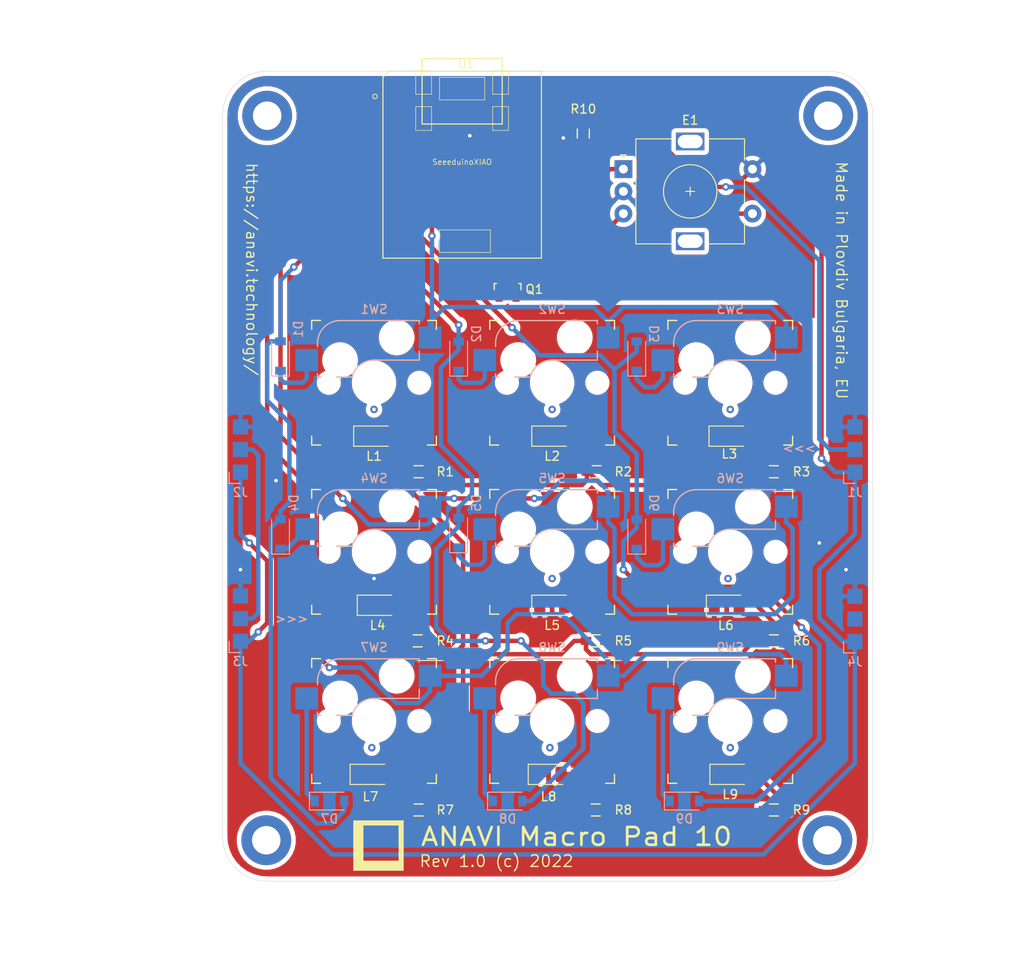
<source format=kicad_pcb>
(kicad_pcb (version 20171130) (host pcbnew 5.1.5+dfsg1-2build2)
  (layers (0 F.Cu signal) (31 B.Cu signal) (34 B.Paste user) (35 F.Paste user) (36 B.SilkS user) (37 F.SilkS user) (38 B.Mask user) (39 F.Mask user) (44 Edge.Cuts user))
  (net 0 "")
  (net 1 "Net-(E1-PadS1)")
  (net 2 GND)
  (net 3 "Net-(E1-PadB)")
  (net 4 "Net-(E1-PadA)")
  (net 5 "Net-(J1-Pad2)")
  (net 6 "Net-(D1-Pad1)")
  (net 7 "Net-(D1-Pad2)")
  (net 8 "Net-(D2-Pad1)")
  (net 9 "Net-(D2-Pad2)")
  (net 10 "Net-(D3-Pad2)")
  (net 11 "Net-(D3-Pad1)")
  (net 12 "Net-(D4-Pad1)")
  (net 13 "Net-(D5-Pad1)")
  (net 14 "Net-(D6-Pad1)")
  (net 15 "Net-(D7-Pad1)")
  (net 16 "Net-(D8-Pad1)")
  (net 17 "Net-(D9-Pad1)")
  (net 18 +5V)
  (net 19 "Net-(J2-Pad2)")
  (net 20 "Net-(L1-Pad2)")
  (net 21 "Net-(L2-Pad2)")
  (net 22 "Net-(L3-Pad2)")
  (net 23 "Net-(L4-Pad2)")
  (net 24 "Net-(L5-Pad2)")
  (net 25 "Net-(L6-Pad2)")
  (net 26 "Net-(L7-Pad2)")
  (net 27 "Net-(L8-Pad2)")
  (net 28 "Net-(L9-Pad2)")
  (net 29 "Net-(Q1-Pad1)")
  (net 30 "Net-(Q1-Pad2)")
  (net 31 "Net-(R10-Pad2)")
  (net 32 "Net-(SW1-Pad1)")
  (net 33 "Net-(SW4-Pad1)")
  (net 34 "Net-(SW7-Pad1)")
  (module led:LedConnector_1x03_P2.54mm (layer B.Cu) (at 92 122.04)
    (fp_text reference J3 (at 0 2.27 -180) (layer B.SilkS) (effects (justify mirror)))
    (fp_text value Conn_01x03_Male)
    (pad 3 smd rect (at 0 -5.08) (size 1.7 1.7) (layers B.Cu B.Paste B.Mask) (net 2 GND))
    (pad 2 smd rect (at 0 -2.54) (size 1.7 1.7) (layers B.Cu B.Paste B.Mask) (net 19 "Net-(J2-Pad2)"))
    (pad 1 smd rect (at 0 0) (size 1.7 1.7) (layers B.Cu B.Paste B.Mask) (net 18 +5V))
  )
  (module logo:anavi-logo (layer F.Cu) (at 107.5 145)
    (fp_text reference G*** hide)
    (fp_text value LOGO hide)
  )
  (module MountingHole:MountingHole_3.2mm_M3_DIN965_Pad (layer F.Cu) (at 157.9 144.4)
    (fp_text reference REF** hide)
    (fp_text value MountingHole_3.2mm_M3_DIN965_Pad)
    (pad 3 thru_hole circle (at 0 0) (size 5.6 5.6) (drill 3.2) (layers *.Cu *.Mask))
  )
  (module MountingHole:MountingHole_3.2mm_M3_DIN965_Pad (layer F.Cu) (at 94.9 144.4)
    (fp_text reference REF** hide)
    (fp_text value MountingHole_3.2mm_M3_DIN965_Pad)
    (pad 4 thru_hole circle (at 0 0) (size 5.6 5.6) (drill 3.2) (layers *.Cu *.Mask))
  )
  (module MountingHole:MountingHole_3.2mm_M3_DIN965_Pad (layer F.Cu) (at 158 63)
    (fp_text reference REF** hide)
    (fp_text value MountingHole_3.2mm_M3_DIN965_Pad)
    (pad 2 thru_hole circle (at 0 0) (size 5.6 5.6) (drill 3.2) (layers *.Cu *.Mask))
  )
  (module MountingHole:MountingHole_3.2mm_M3_DIN965_Pad (layer F.Cu) (at 95 63)
    (fp_text reference REF** hide)
    (fp_text value MountingHole_3.2mm_M3_DIN965_Pad)
    (pad 1 thru_hole circle (at 0 0) (size 5.6 5.6) (drill 3.2) (layers *.Cu *.Mask))
  )
  (module Diode_SMD:D_SOD-123 (layer B.Cu) (at 96.5 90 90)
    (fp_text reference D1 (at 3 2 90) (layer B.SilkS) (effects (justify mirror)))
    (fp_text value 1N4148)
    (pad 1 smd rect (at -1.65 0 90) (size 0.9 1.2) (layers B.Cu B.Paste B.Mask) (net 6 "Net-(D1-Pad1)"))
    (pad 2 smd rect (at 1.65 0 90) (size 0.9 1.2) (layers B.Cu B.Paste B.Mask) (net 7 "Net-(D1-Pad2)"))
  )
  (module Diode_SMD:D_SOD-123 (layer B.Cu) (at 116.5 90 90)
    (fp_text reference D2 (at 2.5 2 90) (layer B.SilkS) (effects (justify mirror)))
    (fp_text value DIODE)
    (pad 1 smd rect (at -1.65 0 90) (size 0.9 1.2) (layers B.Cu B.Paste B.Mask) (net 8 "Net-(D2-Pad1)"))
    (pad 2 smd rect (at 1.65 0 90) (size 0.9 1.2) (layers B.Cu B.Paste B.Mask) (net 9 "Net-(D2-Pad2)"))
  )
  (module Diode_SMD:D_SOD-123 (layer B.Cu) (at 136.5 90 90)
    (fp_text reference D3 (at 2.5 2 90) (layer B.SilkS) (effects (justify mirror)))
    (fp_text value DIODE)
    (pad 2 smd rect (at 1.65 0 90) (size 0.9 1.2) (layers B.Cu B.Paste B.Mask) (net 10 "Net-(D3-Pad2)"))
    (pad 1 smd rect (at -1.65 0 90) (size 0.9 1.2) (layers B.Cu B.Paste B.Mask) (net 11 "Net-(D3-Pad1)"))
  )
  (module Diode_SMD:D_SOD-123 (layer B.Cu) (at 96.5 110 90)
    (fp_text reference D4 (at 3.5 1.5 90) (layer B.SilkS) (effects (justify mirror)))
    (fp_text value DIODE)
    (pad 1 smd rect (at -1.65 0 90) (size 0.9 1.2) (layers B.Cu B.Paste B.Mask) (net 12 "Net-(D4-Pad1)"))
    (pad 2 smd rect (at 1.65 0 90) (size 0.9 1.2) (layers B.Cu B.Paste B.Mask) (net 7 "Net-(D1-Pad2)"))
  )
  (module Diode_SMD:D_SOD-123 (layer B.Cu) (at 116.5 109.85 90)
    (fp_text reference D5 (at 3.35 2 90) (layer B.SilkS) (effects (justify mirror)))
    (fp_text value DIODE)
    (pad 2 smd rect (at 1.65 0 90) (size 0.9 1.2) (layers B.Cu B.Paste B.Mask) (net 9 "Net-(D2-Pad2)"))
    (pad 1 smd rect (at -1.65 0 90) (size 0.9 1.2) (layers B.Cu B.Paste B.Mask) (net 13 "Net-(D5-Pad1)"))
  )
  (module Diode_SMD:D_SOD-123 (layer B.Cu) (at 136.5 110 90)
    (fp_text reference D6 (at 3.5 2 90) (layer B.SilkS) (effects (justify mirror)))
    (fp_text value DIODE)
    (pad 1 smd rect (at -1.65 0 90) (size 0.9 1.2) (layers B.Cu B.Paste B.Mask) (net 14 "Net-(D6-Pad1)"))
    (pad 2 smd rect (at 1.65 0 90) (size 0.9 1.2) (layers B.Cu B.Paste B.Mask) (net 10 "Net-(D3-Pad2)"))
  )
  (module Diode_SMD:D_SOD-123 (layer B.Cu) (at 102 140)
    (fp_text reference D7 (at 0 2) (layer B.SilkS) (effects (justify mirror)))
    (fp_text value DIODE)
    (pad 1 smd rect (at -1.65 0) (size 0.9 1.2) (layers B.Cu B.Paste B.Mask) (net 15 "Net-(D7-Pad1)"))
    (pad 2 smd rect (at 1.65 0) (size 0.9 1.2) (layers B.Cu B.Paste B.Mask) (net 7 "Net-(D1-Pad2)"))
  )
  (module Diode_SMD:D_SOD-123 (layer B.Cu) (at 122 140)
    (fp_text reference D8 (at 0 2) (layer B.SilkS) (effects (justify mirror)))
    (fp_text value DIODE)
    (pad 2 smd rect (at 1.65 0) (size 0.9 1.2) (layers B.Cu B.Paste B.Mask) (net 9 "Net-(D2-Pad2)"))
    (pad 1 smd rect (at -1.65 0) (size 0.9 1.2) (layers B.Cu B.Paste B.Mask) (net 16 "Net-(D8-Pad1)"))
  )
  (module Diode_SMD:D_SOD-123 (layer B.Cu) (at 141.85 140)
    (fp_text reference D9 (at 0 2) (layer B.SilkS) (effects (justify mirror)))
    (fp_text value DIODE)
    (pad 2 smd rect (at 1.65 0) (size 0.9 1.2) (layers B.Cu B.Paste B.Mask) (net 10 "Net-(D3-Pad2)"))
    (pad 1 smd rect (at -1.65 0) (size 0.9 1.2) (layers B.Cu B.Paste B.Mask) (net 17 "Net-(D9-Pad1)"))
  )
  (module Rotary_Encoder:RotaryEncoder_Alps_EC11E-Switch_Vertical_H20mm (layer F.Cu) (at 135 69)
    (fp_text reference E1 (at 7.5 -5.5) (layer F.SilkS))
    (fp_text value Rotary_Encoder_Switch)
    (pad S1 thru_hole circle (at 14.5 5) (size 2 2) (drill 1) (layers *.Cu *.Mask) (net 1 "Net-(E1-PadS1)"))
    (pad S2 thru_hole circle (at 14.5 0) (size 2 2) (drill 1) (layers *.Cu *.Mask) (net 2 GND))
    (pad MP thru_hole rect (at 7.5 8.1) (size 3.2 2) (drill oval 2.8 1.5) (layers *.Cu *.Mask))
    (pad MP thru_hole rect (at 7.5 -3.1) (size 3.2 2) (drill oval 2.8 1.5) (layers *.Cu *.Mask))
    (pad B thru_hole circle (at 0 5) (size 2 2) (drill 1) (layers *.Cu *.Mask) (net 3 "Net-(E1-PadB)"))
    (pad C thru_hole circle (at 0 2.5) (size 2 2) (drill 1) (layers *.Cu *.Mask) (net 2 GND))
    (pad A thru_hole rect (at 0 0) (size 2 2) (drill 1) (layers *.Cu *.Mask) (net 4 "Net-(E1-PadA)"))
  )
  (module led:LedConnector_1x03_P2.54mm (layer B.Cu) (at 161 103.04)
    (fp_text reference J1 (at 0 2.27 180) (layer B.SilkS) (effects (justify mirror)))
    (fp_text value Conn_01x03_Male)
    (pad 3 smd rect (at 0 -5.08) (size 1.7 1.7) (layers B.Cu B.Paste B.Mask) (net 2 GND))
    (pad 2 smd rect (at 0 -2.54) (size 1.7 1.7) (layers B.Cu B.Paste B.Mask) (net 5 "Net-(J1-Pad2)"))
    (pad 1 smd rect (at 0 0) (size 1.7 1.7) (layers B.Cu B.Paste B.Mask) (net 18 +5V))
  )
  (module led:LedConnector_1x03_P2.54mm (layer B.Cu) (at 92 103.04)
    (fp_text reference J2 (at 0 2.27 -180) (layer B.SilkS) (effects (justify mirror)))
    (fp_text value Conn_01x03_Male)
    (pad 1 smd rect (at 0 0) (size 1.7 1.7) (layers B.Cu B.Paste B.Mask) (net 18 +5V))
    (pad 2 smd rect (at 0 -2.54) (size 1.7 1.7) (layers B.Cu B.Paste B.Mask) (net 19 "Net-(J2-Pad2)"))
    (pad 3 smd rect (at 0 -5.08) (size 1.7 1.7) (layers B.Cu B.Paste B.Mask) (net 2 GND))
  )
  (module led:LedConnector_1x03_P2.54mm (layer B.Cu) (at 161 122.08)
    (fp_text reference J4 (at 0 2.27 -180) (layer B.SilkS) (effects (justify mirror)))
    (fp_text value Conn_01x03_Male)
    (pad 1 smd rect (at 0 0) (size 1.7 1.7) (layers B.Cu B.Paste B.Mask) (net 18 +5V))
    (pad 2 smd rect (at 0 -2.54) (size 1.7 1.7) (layers B.Cu B.Paste B.Mask))
    (pad 3 smd rect (at 0 -5.08) (size 1.7 1.7) (layers B.Cu B.Paste B.Mask) (net 2 GND))
  )
  (module LED_SMD:LED_1206_3216Metric (layer F.Cu) (at 107 99)
    (fp_text reference L1 (at 0 2.25) (layer F.SilkS))
    (fp_text value LED)
    (pad 1 smd roundrect (at -1.4 0) (size 1.25 1.75) (layers F.Cu F.Paste F.Mask) (roundrect_rratio 0.2) (net 2 GND))
    (pad 2 smd roundrect (at 1.4 0) (size 1.25 1.75) (layers F.Cu F.Paste F.Mask) (roundrect_rratio 0.2) (net 20 "Net-(L1-Pad2)"))
  )
  (module LED_SMD:LED_1206_3216Metric (layer F.Cu) (at 127 99)
    (fp_text reference L2 (at 0 2.25) (layer F.SilkS))
    (fp_text value LED)
    (pad 2 smd roundrect (at 1.4 0) (size 1.25 1.75) (layers F.Cu F.Paste F.Mask) (roundrect_rratio 0.2) (net 21 "Net-(L2-Pad2)"))
    (pad 1 smd roundrect (at -1.4 0) (size 1.25 1.75) (layers F.Cu F.Paste F.Mask) (roundrect_rratio 0.2) (net 2 GND))
  )
  (module LED_SMD:LED_1206_3216Metric (layer F.Cu) (at 146.9 99)
    (fp_text reference L3 (at 0 2) (layer F.SilkS))
    (fp_text value LED)
    (pad 1 smd roundrect (at -1.4 0) (size 1.25 1.75) (layers F.Cu F.Paste F.Mask) (roundrect_rratio 0.2) (net 2 GND))
    (pad 2 smd roundrect (at 1.4 0) (size 1.25 1.75) (layers F.Cu F.Paste F.Mask) (roundrect_rratio 0.2) (net 22 "Net-(L3-Pad2)"))
  )
  (module LED_SMD:LED_1206_3216Metric (layer F.Cu) (at 107.4 118)
    (fp_text reference L4 (at 0 2.25) (layer F.SilkS))
    (fp_text value LED)
    (pad 1 smd roundrect (at -1.4 0) (size 1.25 1.75) (layers F.Cu F.Paste F.Mask) (roundrect_rratio 0.2) (net 2 GND))
    (pad 2 smd roundrect (at 1.4 0) (size 1.25 1.75) (layers F.Cu F.Paste F.Mask) (roundrect_rratio 0.2) (net 23 "Net-(L4-Pad2)"))
  )
  (module LED_SMD:LED_1206_3216Metric (layer F.Cu) (at 127 118)
    (fp_text reference L5 (at 0 2.25) (layer F.SilkS))
    (fp_text value LED)
    (pad 2 smd roundrect (at 1.4 0) (size 1.25 1.75) (layers F.Cu F.Paste F.Mask) (roundrect_rratio 0.2) (net 24 "Net-(L5-Pad2)"))
    (pad 1 smd roundrect (at -1.4 0) (size 1.25 1.75) (layers F.Cu F.Paste F.Mask) (roundrect_rratio 0.2) (net 2 GND))
  )
  (module LED_SMD:LED_1206_3216Metric (layer F.Cu) (at 146.6 118)
    (fp_text reference L6 (at -0.1 2.25) (layer F.SilkS))
    (fp_text value LED)
    (pad 1 smd roundrect (at -1.4 0) (size 1.25 1.75) (layers F.Cu F.Paste F.Mask) (roundrect_rratio 0.2) (net 2 GND))
    (pad 2 smd roundrect (at 1.4 0) (size 1.25 1.75) (layers F.Cu F.Paste F.Mask) (roundrect_rratio 0.2) (net 25 "Net-(L6-Pad2)"))
  )
  (module LED_SMD:LED_1206_3216Metric (layer F.Cu) (at 106.6 137)
    (fp_text reference L7 (at 0 2.5) (layer F.SilkS))
    (fp_text value LED)
    (pad 2 smd roundrect (at 1.4 0) (size 1.25 1.75) (layers F.Cu F.Paste F.Mask) (roundrect_rratio 0.2) (net 26 "Net-(L7-Pad2)"))
    (pad 1 smd roundrect (at -1.4 0) (size 1.25 1.75) (layers F.Cu F.Paste F.Mask) (roundrect_rratio 0.2) (net 2 GND))
  )
  (module LED_SMD:LED_1206_3216Metric (layer F.Cu) (at 126.6 137)
    (fp_text reference L8 (at 0 2.5) (layer F.SilkS))
    (fp_text value LED)
    (pad 1 smd roundrect (at -1.4 0) (size 1.25 1.75) (layers F.Cu F.Paste F.Mask) (roundrect_rratio 0.2) (net 2 GND))
    (pad 2 smd roundrect (at 1.4 0) (size 1.25 1.75) (layers F.Cu F.Paste F.Mask) (roundrect_rratio 0.2) (net 27 "Net-(L8-Pad2)"))
  )
  (module LED_SMD:LED_1206_3216Metric (layer F.Cu) (at 147 137)
    (fp_text reference L9 (at 0 2.25) (layer F.SilkS))
    (fp_text value LED)
    (pad 2 smd roundrect (at 1.4 0) (size 1.25 1.75) (layers F.Cu F.Paste F.Mask) (roundrect_rratio 0.2) (net 28 "Net-(L9-Pad2)"))
    (pad 1 smd roundrect (at -1.4 0) (size 1.25 1.75) (layers F.Cu F.Paste F.Mask) (roundrect_rratio 0.2) (net 2 GND))
  )
  (module TO_SOT_Packages_SMD:SOT-23 (layer F.Cu) (at 122 82.5)
    (fp_text reference Q1 (at 3 0) (layer F.SilkS))
    (fp_text value Q_NPN_BEC)
    (pad 1 smd rect (at -0.95 1.00076) (size 0.8001 0.8001) (layers F.Cu F.Paste F.Mask) (net 29 "Net-(Q1-Pad1)"))
    (pad 2 smd rect (at 0.95 1.00076) (size 0.8001 0.8001) (layers F.Cu F.Paste F.Mask) (net 30 "Net-(Q1-Pad2)"))
    (pad 3 smd rect (at 0 -0.99822) (size 0.8001 0.8001) (layers F.Cu F.Paste F.Mask) (net 18 +5V))
  )
  (module Resistors_SMD:R_0603_HandSoldering (layer F.Cu) (at 112 103)
    (fp_text reference R1 (at 3 0) (layer F.SilkS))
    (fp_text value 68R)
    (pad 2 smd rect (at 1.1 0) (size 1.2 0.9) (layers F.Cu F.Paste F.Mask) (net 20 "Net-(L1-Pad2)"))
    (pad 1 smd rect (at -1.1 0) (size 1.2 0.9) (layers F.Cu F.Paste F.Mask) (net 30 "Net-(Q1-Pad2)"))
  )
  (module Resistors_SMD:R_0603_HandSoldering (layer F.Cu) (at 132 103)
    (fp_text reference R2 (at 3 0) (layer F.SilkS))
    (fp_text value 68R)
    (pad 2 smd rect (at 1.1 0) (size 1.2 0.9) (layers F.Cu F.Paste F.Mask) (net 21 "Net-(L2-Pad2)"))
    (pad 1 smd rect (at -1.1 0) (size 1.2 0.9) (layers F.Cu F.Paste F.Mask) (net 30 "Net-(Q1-Pad2)"))
  )
  (module Resistors_SMD:R_0603_HandSoldering (layer F.Cu) (at 151.9 103)
    (fp_text reference R3 (at 3.1 0) (layer F.SilkS))
    (fp_text value 68R)
    (pad 1 smd rect (at -1.1 0) (size 1.2 0.9) (layers F.Cu F.Paste F.Mask) (net 30 "Net-(Q1-Pad2)"))
    (pad 2 smd rect (at 1.1 0) (size 1.2 0.9) (layers F.Cu F.Paste F.Mask) (net 22 "Net-(L3-Pad2)"))
  )
  (module Resistors_SMD:R_0603_HandSoldering (layer F.Cu) (at 111.9 122)
    (fp_text reference R4 (at 3.1 0) (layer F.SilkS))
    (fp_text value 68R)
    (pad 2 smd rect (at 1.1 0) (size 1.2 0.9) (layers F.Cu F.Paste F.Mask) (net 23 "Net-(L4-Pad2)"))
    (pad 1 smd rect (at -1.1 0) (size 1.2 0.9) (layers F.Cu F.Paste F.Mask) (net 30 "Net-(Q1-Pad2)"))
  )
  (module Resistors_SMD:R_0603_HandSoldering (layer F.Cu) (at 131.9 122)
    (fp_text reference R5 (at 3.1 0) (layer F.SilkS))
    (fp_text value 68R)
    (pad 1 smd rect (at -1.1 0) (size 1.2 0.9) (layers F.Cu F.Paste F.Mask) (net 30 "Net-(Q1-Pad2)"))
    (pad 2 smd rect (at 1.1 0) (size 1.2 0.9) (layers F.Cu F.Paste F.Mask) (net 24 "Net-(L5-Pad2)"))
  )
  (module Resistors_SMD:R_0603_HandSoldering (layer F.Cu) (at 151.9 122)
    (fp_text reference R6 (at 3.1 0) (layer F.SilkS))
    (fp_text value 68R)
    (pad 2 smd rect (at 1.1 0) (size 1.2 0.9) (layers F.Cu F.Paste F.Mask) (net 25 "Net-(L6-Pad2)"))
    (pad 1 smd rect (at -1.1 0) (size 1.2 0.9) (layers F.Cu F.Paste F.Mask) (net 30 "Net-(Q1-Pad2)"))
  )
  (module Resistors_SMD:R_0603_HandSoldering (layer F.Cu) (at 112 141)
    (fp_text reference R7 (at 3 0) (layer F.SilkS))
    (fp_text value 68R)
    (pad 2 smd rect (at 1.1 0) (size 1.2 0.9) (layers F.Cu F.Paste F.Mask) (net 26 "Net-(L7-Pad2)"))
    (pad 1 smd rect (at -1.1 0) (size 1.2 0.9) (layers F.Cu F.Paste F.Mask) (net 30 "Net-(Q1-Pad2)"))
  )
  (module Resistors_SMD:R_0603_HandSoldering (layer F.Cu) (at 131.9 141)
    (fp_text reference R8 (at 3.1 0) (layer F.SilkS))
    (fp_text value 68R)
    (pad 1 smd rect (at -1.1 0) (size 1.2 0.9) (layers F.Cu F.Paste F.Mask) (net 30 "Net-(Q1-Pad2)"))
    (pad 2 smd rect (at 1.1 0) (size 1.2 0.9) (layers F.Cu F.Paste F.Mask) (net 27 "Net-(L8-Pad2)"))
  )
  (module Resistors_SMD:R_0603_HandSoldering (layer F.Cu) (at 151.9 141)
    (fp_text reference R9 (at 3.1 0) (layer F.SilkS))
    (fp_text value 68R)
    (pad 1 smd rect (at -1.1 0) (size 1.2 0.9) (layers F.Cu F.Paste F.Mask) (net 30 "Net-(Q1-Pad2)"))
    (pad 2 smd rect (at 1.1 0) (size 1.2 0.9) (layers F.Cu F.Paste F.Mask) (net 28 "Net-(L9-Pad2)"))
  )
  (module Resistors_SMD:R_0603_HandSoldering (layer F.Cu) (at 130.5 65 270)
    (fp_text reference R10 (at -2.75 0 180) (layer F.SilkS))
    (fp_text value 470R)
    (pad 1 smd rect (at -1.1 0 270) (size 1.2 0.9) (layers F.Cu F.Paste F.Mask) (net 5 "Net-(J1-Pad2)"))
    (pad 2 smd rect (at 1.1 0 270) (size 1.2 0.9) (layers F.Cu F.Paste F.Mask) (net 31 "Net-(R10-Pad2)"))
  )
  (module keyswitches:Kailh_socket_MX (layer F.Cu) (at 107 93)
    (fp_text reference SW1 (at 0 -8.255) (layer B.SilkS) (effects (justify mirror)))
    (fp_text value SW_DIP_x01)
    (pad 1 smd rect (at 6.29 -5.08) (size 2.55 2.5) (layers B.Cu B.Paste B.Mask) (net 32 "Net-(SW1-Pad1)"))
    (pad "" np_thru_hole circle (at 2.54 -5.08) (size 3 3) (drill 3) (layers *.Cu *.Mask))
    (pad "" np_thru_hole circle (at -3.81 -2.54) (size 3 3) (drill 3) (layers *.Cu *.Mask))
    (pad "" np_thru_hole circle (at 0 0) (size 3.9878 3.9878) (drill 3.9878) (layers *.Cu *.Mask))
    (pad "" np_thru_hole circle (at 5.08 0) (size 1.7018 1.7018) (drill 1.7018) (layers *.Cu *.Mask))
    (pad "" np_thru_hole circle (at -5.08 0) (size 1.7018 1.7018) (drill 1.7018) (layers *.Cu *.Mask))
    (pad 2 smd rect (at -7.56 -2.54) (size 2.55 2.5) (layers B.Cu B.Paste B.Mask) (net 6 "Net-(D1-Pad1)"))
  )
  (module keyswitches:Kailh_socket_MX (layer F.Cu) (at 127 93)
    (fp_text reference SW2 (at 0 -8.255) (layer B.SilkS) (effects (justify mirror)))
    (fp_text value SW_DIP_x01)
    (pad 2 smd rect (at -7.56 -2.54) (size 2.55 2.5) (layers B.Cu B.Paste B.Mask) (net 8 "Net-(D2-Pad1)"))
    (pad "" np_thru_hole circle (at -5.08 0) (size 1.7018 1.7018) (drill 1.7018) (layers *.Cu *.Mask))
    (pad "" np_thru_hole circle (at 5.08 0) (size 1.7018 1.7018) (drill 1.7018) (layers *.Cu *.Mask))
    (pad "" np_thru_hole circle (at 0 0) (size 3.9878 3.9878) (drill 3.9878) (layers *.Cu *.Mask))
    (pad "" np_thru_hole circle (at -3.81 -2.54) (size 3 3) (drill 3) (layers *.Cu *.Mask))
    (pad "" np_thru_hole circle (at 2.54 -5.08) (size 3 3) (drill 3) (layers *.Cu *.Mask))
    (pad 1 smd rect (at 6.29 -5.08) (size 2.55 2.5) (layers B.Cu B.Paste B.Mask) (net 32 "Net-(SW1-Pad1)"))
  )
  (module keyswitches:Kailh_socket_MX (layer F.Cu) (at 147 93)
    (fp_text reference SW3 (at 0 -8.255) (layer B.SilkS) (effects (justify mirror)))
    (fp_text value SW_DIP_x01)
    (pad 1 smd rect (at 6.29 -5.08) (size 2.55 2.5) (layers B.Cu B.Paste B.Mask) (net 32 "Net-(SW1-Pad1)"))
    (pad "" np_thru_hole circle (at 2.54 -5.08) (size 3 3) (drill 3) (layers *.Cu *.Mask))
    (pad "" np_thru_hole circle (at -3.81 -2.54) (size 3 3) (drill 3) (layers *.Cu *.Mask))
    (pad "" np_thru_hole circle (at 0 0) (size 3.9878 3.9878) (drill 3.9878) (layers *.Cu *.Mask))
    (pad "" np_thru_hole circle (at 5.08 0) (size 1.7018 1.7018) (drill 1.7018) (layers *.Cu *.Mask))
    (pad "" np_thru_hole circle (at -5.08 0) (size 1.7018 1.7018) (drill 1.7018) (layers *.Cu *.Mask))
    (pad 2 smd rect (at -7.56 -2.54) (size 2.55 2.5) (layers B.Cu B.Paste B.Mask) (net 11 "Net-(D3-Pad1)"))
  )
  (module keyswitches:Kailh_socket_MX (layer F.Cu) (at 107 112)
    (fp_text reference SW4 (at 0 -8.255) (layer B.SilkS) (effects (justify mirror)))
    (fp_text value SW_DIP_x01)
    (pad 1 smd rect (at 6.29 -5.08) (size 2.55 2.5) (layers B.Cu B.Paste B.Mask) (net 33 "Net-(SW4-Pad1)"))
    (pad "" np_thru_hole circle (at 2.54 -5.08) (size 3 3) (drill 3) (layers *.Cu *.Mask))
    (pad "" np_thru_hole circle (at -3.81 -2.54) (size 3 3) (drill 3) (layers *.Cu *.Mask))
    (pad "" np_thru_hole circle (at 0 0) (size 3.9878 3.9878) (drill 3.9878) (layers *.Cu *.Mask))
    (pad "" np_thru_hole circle (at 5.08 0) (size 1.7018 1.7018) (drill 1.7018) (layers *.Cu *.Mask))
    (pad "" np_thru_hole circle (at -5.08 0) (size 1.7018 1.7018) (drill 1.7018) (layers *.Cu *.Mask))
    (pad 2 smd rect (at -7.56 -2.54) (size 2.55 2.5) (layers B.Cu B.Paste B.Mask) (net 12 "Net-(D4-Pad1)"))
  )
  (module keyswitches:Kailh_socket_MX (layer F.Cu) (at 127 112)
    (fp_text reference SW5 (at 0 -8.255) (layer B.SilkS) (effects (justify mirror)))
    (fp_text value SW_DIP_x01)
    (pad 1 smd rect (at 6.29 -5.08) (size 2.55 2.5) (layers B.Cu B.Paste B.Mask) (net 33 "Net-(SW4-Pad1)"))
    (pad "" np_thru_hole circle (at 2.54 -5.08) (size 3 3) (drill 3) (layers *.Cu *.Mask))
    (pad "" np_thru_hole circle (at -3.81 -2.54) (size 3 3) (drill 3) (layers *.Cu *.Mask))
    (pad "" np_thru_hole circle (at 0 0) (size 3.9878 3.9878) (drill 3.9878) (layers *.Cu *.Mask))
    (pad "" np_thru_hole circle (at 5.08 0) (size 1.7018 1.7018) (drill 1.7018) (layers *.Cu *.Mask))
    (pad "" np_thru_hole circle (at -5.08 0) (size 1.7018 1.7018) (drill 1.7018) (layers *.Cu *.Mask))
    (pad 2 smd rect (at -7.56 -2.54) (size 2.55 2.5) (layers B.Cu B.Paste B.Mask) (net 13 "Net-(D5-Pad1)"))
  )
  (module keyswitches:Kailh_socket_MX (layer F.Cu) (at 147 112)
    (fp_text reference SW6 (at 0 -8.255 180) (layer B.SilkS) (effects (justify mirror)))
    (fp_text value SW_DIP_x01)
    (pad 1 smd rect (at 6.29 -5.08) (size 2.55 2.5) (layers B.Cu B.Paste B.Mask) (net 33 "Net-(SW4-Pad1)"))
    (pad "" np_thru_hole circle (at 2.54 -5.08) (size 3 3) (drill 3) (layers *.Cu *.Mask))
    (pad "" np_thru_hole circle (at -3.81 -2.54) (size 3 3) (drill 3) (layers *.Cu *.Mask))
    (pad "" np_thru_hole circle (at 0 0) (size 3.9878 3.9878) (drill 3.9878) (layers *.Cu *.Mask))
    (pad "" np_thru_hole circle (at 5.08 0) (size 1.7018 1.7018) (drill 1.7018) (layers *.Cu *.Mask))
    (pad "" np_thru_hole circle (at -5.08 0) (size 1.7018 1.7018) (drill 1.7018) (layers *.Cu *.Mask))
    (pad 2 smd rect (at -7.56 -2.54) (size 2.55 2.5) (layers B.Cu B.Paste B.Mask) (net 14 "Net-(D6-Pad1)"))
  )
  (module keyswitches:Kailh_socket_MX (layer F.Cu) (at 107 131)
    (fp_text reference SW7 (at 0 -8.255) (layer B.SilkS) (effects (justify mirror)))
    (fp_text value SW_DIP_x01)
    (pad 2 smd rect (at -7.56 -2.54) (size 2.55 2.5) (layers B.Cu B.Paste B.Mask) (net 15 "Net-(D7-Pad1)"))
    (pad "" np_thru_hole circle (at -5.08 0) (size 1.7018 1.7018) (drill 1.7018) (layers *.Cu *.Mask))
    (pad "" np_thru_hole circle (at 5.08 0) (size 1.7018 1.7018) (drill 1.7018) (layers *.Cu *.Mask))
    (pad "" np_thru_hole circle (at 0 0) (size 3.9878 3.9878) (drill 3.9878) (layers *.Cu *.Mask))
    (pad "" np_thru_hole circle (at -3.81 -2.54) (size 3 3) (drill 3) (layers *.Cu *.Mask))
    (pad "" np_thru_hole circle (at 2.54 -5.08) (size 3 3) (drill 3) (layers *.Cu *.Mask))
    (pad 1 smd rect (at 6.29 -5.08) (size 2.55 2.5) (layers B.Cu B.Paste B.Mask) (net 34 "Net-(SW7-Pad1)"))
  )
  (module keyswitches:Kailh_socket_MX (layer F.Cu) (at 127 131)
    (fp_text reference SW8 (at 0 -8.255) (layer B.SilkS) (effects (justify mirror)))
    (fp_text value SW_DIP_x01)
    (pad 2 smd rect (at -7.56 -2.54) (size 2.55 2.5) (layers B.Cu B.Paste B.Mask) (net 16 "Net-(D8-Pad1)"))
    (pad "" np_thru_hole circle (at -5.08 0) (size 1.7018 1.7018) (drill 1.7018) (layers *.Cu *.Mask))
    (pad "" np_thru_hole circle (at 5.08 0) (size 1.7018 1.7018) (drill 1.7018) (layers *.Cu *.Mask))
    (pad "" np_thru_hole circle (at 0 0) (size 3.9878 3.9878) (drill 3.9878) (layers *.Cu *.Mask))
    (pad "" np_thru_hole circle (at -3.81 -2.54) (size 3 3) (drill 3) (layers *.Cu *.Mask))
    (pad "" np_thru_hole circle (at 2.54 -5.08) (size 3 3) (drill 3) (layers *.Cu *.Mask))
    (pad 1 smd rect (at 6.29 -5.08) (size 2.55 2.5) (layers B.Cu B.Paste B.Mask) (net 34 "Net-(SW7-Pad1)"))
  )
  (module keyswitches:Kailh_socket_MX (layer F.Cu) (at 147 131)
    (fp_text reference SW9 (at 0 -8.255) (layer B.SilkS) (effects (justify mirror)))
    (fp_text value SW_DIP_x01)
    (pad 2 smd rect (at -7.56 -2.54) (size 2.55 2.5) (layers B.Cu B.Paste B.Mask) (net 17 "Net-(D9-Pad1)"))
    (pad "" np_thru_hole circle (at -5.08 0) (size 1.7018 1.7018) (drill 1.7018) (layers *.Cu *.Mask))
    (pad "" np_thru_hole circle (at 5.08 0) (size 1.7018 1.7018) (drill 1.7018) (layers *.Cu *.Mask))
    (pad "" np_thru_hole circle (at 0 0) (size 3.9878 3.9878) (drill 3.9878) (layers *.Cu *.Mask))
    (pad "" np_thru_hole circle (at -3.81 -2.54) (size 3 3) (drill 3) (layers *.Cu *.Mask))
    (pad "" np_thru_hole circle (at 2.54 -5.08) (size 3 3) (drill 3) (layers *.Cu *.Mask))
    (pad 1 smd rect (at 6.29 -5.08) (size 2.55 2.5) (layers B.Cu B.Paste B.Mask) (net 34 "Net-(SW7-Pad1)"))
  )
  (module "xiao:Seeeduino XIAO-MOUDLE14P-2.54-21X17.8MM" (layer F.Cu) (at 108 79)
    (fp_text reference U1 (at 9.3345 -21.7805) (layer F.SilkS) (effects (font (size 0.889 0.889) (thickness 0.1016))))
    (fp_text value SeeeduinoXIAO (at 8.89 -10.795) (layer F.SilkS) (effects (font (size 0.6096 0.6096) (thickness 0.0762))))
    (pad 14 smd oval (at 16.99768 -18.11782) (size 2.74828 1.99898) (layers F.Cu F.Paste F.Mask) (net 18 +5V))
    (pad 13 smd oval (at 16.99768 -15.57782) (size 2.74828 1.99898) (layers F.Cu F.Paste F.Mask) (net 2 GND))
    (pad 12 smd oval (at 16.99768 -13.03782) (size 2.74828 1.99898) (layers F.Cu F.Paste F.Mask))
    (pad 11 smd oval (at 16.99768 -10.49782) (size 2.74828 1.99898) (layers F.Cu F.Paste F.Mask) (net 31 "Net-(R10-Pad2)"))
    (pad 10 smd oval (at 16.99768 -7.95782) (size 2.74828 1.99898) (layers F.Cu F.Paste F.Mask) (net 1 "Net-(E1-PadS1)"))
    (pad 9 smd oval (at 16.99768 -5.41782) (size 2.74828 1.99898) (layers F.Cu F.Paste F.Mask) (net 4 "Net-(E1-PadA)"))
    (pad 8 smd oval (at 16.99768 -2.87782) (size 2.74828 1.99898) (layers F.Cu F.Paste F.Mask) (net 3 "Net-(E1-PadB)"))
    (pad 7 smd oval (at 0.83312 -2.87782) (size 2.74828 1.99898) (layers F.Cu F.Paste F.Mask) (net 10 "Net-(D3-Pad2)"))
    (pad 6 smd oval (at 0.83312 -5.41782) (size 2.74828 1.99898) (layers F.Cu F.Paste F.Mask) (net 9 "Net-(D2-Pad2)"))
    (pad 5 smd oval (at 0.83312 -7.95782) (size 2.74828 1.99898) (layers F.Cu F.Paste F.Mask) (net 7 "Net-(D1-Pad2)"))
    (pad 4 smd oval (at 0.83312 -10.49782) (size 2.74828 1.99898) (layers F.Cu F.Paste F.Mask) (net 32 "Net-(SW1-Pad1)"))
    (pad 3 smd oval (at 0.83312 -13.03782) (size 2.74828 1.99898) (layers F.Cu F.Paste F.Mask) (net 33 "Net-(SW4-Pad1)"))
    (pad 2 smd oval (at 0.83312 -15.57782) (size 2.74828 1.99898) (layers F.Cu F.Paste F.Mask) (net 34 "Net-(SW7-Pad1)"))
    (pad 1 smd oval (at 0.83312 -18.11782) (size 2.74828 1.99898) (layers F.Cu F.Paste F.Mask) (net 29 "Net-(Q1-Pad1)"))
    (pad 15 smd oval (at 7.7 -1.8 90) (size 2.032 1.016) (layers F.Cu F.Paste F.Mask))
    (pad 16 smd oval (at 10.25 -1.8 90) (size 2.032 1.016) (layers F.Cu F.Paste F.Mask))
    (pad 17 smd circle (at 7.698803 -18.804187 90) (size 1.143 1.143) (layers F.Cu F.Paste F.Mask))
    (pad 18 smd circle (at 10.238803 -18.804187 90) (size 1.143 1.143) (layers F.Cu F.Paste F.Mask))
    (pad 19 smd circle (at 7.698803 -16.264187 90) (size 1.143 1.143) (layers F.Cu F.Paste F.Mask))
    (pad 20 smd circle (at 10.238803 -16.264187 90) (size 1.143 1.143) (layers F.Cu F.Paste F.Mask))
  )
  (gr_text <<< (at 97.75 119.5) (layer B.SilkS) (effects (font (size 1 1)) (justify mirror)))
  (gr_text <<< (at 154.75 100.5 180) (layer B.SilkS) (effects (font (size 1 1)) (justify mirror)))
  (gr_text https://anavi.technology/ (at 93.25 80.25 270) (layer F.SilkS) (effects (font (size 1.2 1.2))))
  (gr_text "Made in Plovdiv Bulgaria, EU" (at 159.5 81.5 270) (layer F.SilkS) (effects (font (size 1.2 1.2))))
  (gr_text "Rev 1.0 (c) 2022" (at 120.75 146.75) (layer F.SilkS) (effects (font (size 1.3 1.3))))
  (gr_text "ANAVI Macro Pad 10" (at 129.75 144) (layer F.SilkS) (effects (font (size 2 2.25) (thickness 0.3))))
  (gr_line (start 95 149) (end 158 149) (layer Edge.Cuts) (width 0.05))
  (gr_line (start 95 58) (end 158 58) (layer Edge.Cuts) (width 0.05))
  (gr_line (start 163 63) (end 163 144) (layer Edge.Cuts) (width 0.05))
  (gr_line (start 90 144) (end 90 63) (layer Edge.Cuts) (width 0.05))
  (gr_arc (start 158 144) (end 158 149) (angle -90) (layer Edge.Cuts) (width 0.05))
  (gr_arc (start 158 63) (end 163 63) (angle -90) (layer Edge.Cuts) (width 0.05))
  (gr_arc (start 95 144) (end 90 144) (angle -90) (layer Edge.Cuts) (width 0.05))
  (gr_arc (start 95 63) (end 95 58) (angle -90) (layer Edge.Cuts) (width 0.05))
  (via (at 127 115) (size 0.85) (drill 0.4) (layers F.Cu B.Cu) (net 0))
  (via (at 107 96) (size 0.85) (drill 0.4) (layers F.Cu B.Cu) (net 0))
  (via (at 106.75 134) (size 0.85) (drill 0.4) (layers F.Cu B.Cu) (net 0))
  (via (at 126.75 134) (size 0.85) (drill 0.4) (layers F.Cu B.Cu) (net 0))
  (via (at 147 134) (size 0.85) (drill 0.4) (layers F.Cu B.Cu) (net 0))
  (via (at 146.75 115) (size 0.85) (drill 0.4) (layers F.Cu B.Cu) (net 0))
  (via (at 127 96) (size 0.85) (drill 0.4) (layers F.Cu B.Cu) (net 0))
  (via (at 147 96) (size 0.85) (drill 0.4) (layers F.Cu B.Cu) (net 0))
  (segment (start 149.5 74) (end 144.5 74) (width 0.5) (layer F.Cu) (net 1))
  (segment (start 144.5 74) (end 136.5 66) (width 0.5) (layer F.Cu) (net 1))
  (segment (start 136.5 66) (end 133.5 66) (width 0.5) (layer F.Cu) (net 1))
  (segment (start 128.45782 71.04218) (end 124.99768 71.04218) (width 0.5) (layer F.Cu) (net 1))
  (segment (start 133.5 66) (end 128.45782 71.04218) (width 0.5) (layer F.Cu) (net 1))
  (via (at 107 115) (size 0.85) (drill 0.4) (layers F.Cu B.Cu) (net 2))
  (via (at 128.25 65.5) (size 0.85) (drill 0.4) (layers F.Cu B.Cu) (net 2))
  (segment (start 128.25 65.5) (end 128.25 64) (width 0.5) (layer F.Cu) (net 2))
  (segment (start 127.67218 63.42218) (end 124.99768 63.42218) (width 0.5) (layer F.Cu) (net 2))
  (segment (start 128.25 64) (end 127.67218 63.42218) (width 0.5) (layer F.Cu) (net 2))
  (via (at 117.75 65.25) (size 0.85) (drill 0.4) (layers F.Cu B.Cu) (net 2))
  (segment (start 128.25 65.5) (end 126.5 67.25) (width 0.5) (layer B.Cu) (net 2))
  (segment (start 126.5 67.25) (end 119.75 67.25) (width 0.5) (layer B.Cu) (net 2))
  (segment (start 119.75 67.25) (end 117.75 65.25) (width 0.5) (layer B.Cu) (net 2))
  (via (at 92 114) (size 0.85) (drill 0.4) (layers F.Cu B.Cu) (net 2))
  (segment (start 92 116.96) (end 92 114) (width 0.5) (layer B.Cu) (net 2))
  (via (at 160 114) (size 0.85) (drill 0.4) (layers F.Cu B.Cu) (net 2))
  (segment (start 161 115) (end 160 114) (width 0.5) (layer B.Cu) (net 2))
  (segment (start 161 117) (end 161 115) (width 0.5) (layer B.Cu) (net 2))
  (via (at 157 111) (size 0.85) (drill 0.4) (layers F.Cu B.Cu) (net 2))
  (segment (start 160 114) (end 157 111) (width 0.5) (layer F.Cu) (net 2))
  (via (at 96 104) (size 0.85) (drill 0.4) (layers F.Cu B.Cu) (net 2))
  (segment (start 92 108) (end 96 104) (width 0.5) (layer F.Cu) (net 2))
  (segment (start 92 114) (end 92 108) (width 0.5) (layer F.Cu) (net 2))
  (segment (start 132.87782 76.12218) (end 135 74) (width 0.5) (layer F.Cu) (net 3))
  (segment (start 124.99768 76.12218) (end 132.87782 76.12218) (width 0.5) (layer F.Cu) (net 3))
  (segment (start 126.87182 73.58218) (end 124.99768 73.58218) (width 0.5) (layer F.Cu) (net 4))
  (segment (start 128.91782 73.58218) (end 126.87182 73.58218) (width 0.5) (layer F.Cu) (net 4))
  (segment (start 133.5 69) (end 128.91782 73.58218) (width 0.5) (layer F.Cu) (net 4))
  (segment (start 135 69) (end 133.5 69) (width 0.5) (layer F.Cu) (net 4))
  (via (at 146.5 71) (size 0.85) (drill 0.4) (layers F.Cu B.Cu) (net 5))
  (segment (start 144.099998 71) (end 146.5 71) (width 0.5) (layer F.Cu) (net 5))
  (segment (start 136.999998 63.9) (end 144.099998 71) (width 0.5) (layer F.Cu) (net 5))
  (segment (start 130.5 63.9) (end 136.999998 63.9) (width 0.5) (layer F.Cu) (net 5))
  (segment (start 148.720002 71) (end 157 79.279998) (width 0.5) (layer B.Cu) (net 5))
  (segment (start 146.5 71) (end 148.720002 71) (width 0.5) (layer B.Cu) (net 5))
  (segment (start 157 79.279998) (end 157 99.31) (width 0.5) (layer B.Cu) (net 5))
  (segment (start 157 99.31) (end 158.19 100.5) (width 0.5) (layer B.Cu) (net 5))
  (segment (start 158.19 100.5) (end 161 100.5) (width 0.5) (layer B.Cu) (net 5))
  (segment (start 96.5 92.6) (end 96.9 93) (width 0.5) (layer B.Cu) (net 6))
  (segment (start 96.5 91.65) (end 96.5 92.6) (width 0.5) (layer B.Cu) (net 6))
  (segment (start 96.9 93) (end 99 93) (width 0.5) (layer B.Cu) (net 6))
  (segment (start 99.44 92.56) (end 99.44 90.46) (width 0.5) (layer B.Cu) (net 6))
  (segment (start 99 93) (end 99.44 92.56) (width 0.5) (layer B.Cu) (net 6))
  (segment (start 102.25 142.5) (end 103.65 141.1) (width 0.5) (layer B.Cu) (net 7))
  (segment (start 103.65 141.1) (end 103.65 140) (width 0.5) (layer B.Cu) (net 7))
  (segment (start 100.5 142.5) (end 102.25 142.5) (width 0.5) (layer B.Cu) (net 7))
  (segment (start 95.399999 137.399999) (end 100.5 142.5) (width 0.5) (layer B.Cu) (net 7))
  (segment (start 106.95782 71.04218) (end 98 80) (width 0.5) (layer F.Cu) (net 7))
  (via (at 98 80) (size 0.85) (drill 0.4) (layers F.Cu B.Cu) (net 7))
  (segment (start 108.83312 71.04218) (end 106.95782 71.04218) (width 0.5) (layer F.Cu) (net 7))
  (segment (start 96.5 81.5) (end 98 80) (width 0.5) (layer B.Cu) (net 7))
  (segment (start 96.5 88.35) (end 96.5 81.5) (width 0.5) (layer B.Cu) (net 7))
  (segment (start 97.5 97.5) (end 95 95) (width 0.5) (layer B.Cu) (net 7))
  (segment (start 95.4 88.35) (end 96.5 88.35) (width 0.5) (layer B.Cu) (net 7))
  (segment (start 95 88.75) (end 95.4 88.35) (width 0.5) (layer B.Cu) (net 7))
  (segment (start 95 95) (end 95 88.75) (width 0.5) (layer B.Cu) (net 7))
  (segment (start 96.35 108.35) (end 96.5 108.35) (width 0.5) (layer B.Cu) (net 7))
  (segment (start 95.4 109.3) (end 96.35 108.35) (width 0.5) (layer B.Cu) (net 7))
  (segment (start 95.399999 137.399999) (end 95.4 109.3) (width 0.5) (layer B.Cu) (net 7))
  (segment (start 96.5 107.4) (end 96.5 108.35) (width 0.5) (layer B.Cu) (net 7))
  (segment (start 97.5 106.4) (end 96.5 107.4) (width 0.5) (layer B.Cu) (net 7))
  (segment (start 97.5 97.5) (end 97.5 106.4) (width 0.5) (layer B.Cu) (net 7))
  (segment (start 116.5 92.6) (end 116.9 93) (width 0.5) (layer B.Cu) (net 8))
  (segment (start 116.5 91.65) (end 116.5 92.6) (width 0.5) (layer B.Cu) (net 8))
  (segment (start 116.9 93) (end 119 93) (width 0.5) (layer B.Cu) (net 8))
  (segment (start 119.44 92.56) (end 119.44 90.46) (width 0.5) (layer B.Cu) (net 8))
  (segment (start 119 93) (end 119.44 92.56) (width 0.5) (layer B.Cu) (net 8))
  (segment (start 108.83312 73.58218) (end 108.45847 73.58218) (width 0.5) (layer F.Cu) (net 9))
  (via (at 119.5 122) (size 0.85) (drill 0.4) (layers F.Cu B.Cu) (net 9))
  (segment (start 115.5 122) (end 119.5 122) (width 0.5) (layer B.Cu) (net 9))
  (segment (start 114 120.5) (end 115.5 122) (width 0.5) (layer B.Cu) (net 9))
  (via (at 123.5 122) (size 0.85) (drill 0.4) (layers F.Cu B.Cu) (net 9))
  (segment (start 119.5 122) (end 123.5 122) (width 0.5) (layer F.Cu) (net 9))
  (segment (start 130.5 129) (end 130.5 134.1) (width 0.5) (layer B.Cu) (net 9))
  (segment (start 126.920001 127.920001) (end 129.420001 127.920001) (width 0.5) (layer B.Cu) (net 9))
  (segment (start 126 127) (end 126.920001 127.920001) (width 0.5) (layer B.Cu) (net 9))
  (segment (start 129.420001 127.920001) (end 130.5 129) (width 0.5) (layer B.Cu) (net 9))
  (segment (start 126 124.5) (end 126 127) (width 0.5) (layer B.Cu) (net 9))
  (segment (start 124.6 140) (end 123.65 140) (width 0.5) (layer B.Cu) (net 9))
  (segment (start 130.5 134.1) (end 124.6 140) (width 0.5) (layer B.Cu) (net 9))
  (segment (start 123.5 122) (end 126 124.5) (width 0.5) (layer B.Cu) (net 9))
  (via (at 116.5 86.5) (size 0.85) (drill 0.4) (layers F.Cu B.Cu) (net 9))
  (segment (start 116.5 86.5) (end 116.5 88.35) (width 0.5) (layer B.Cu) (net 9))
  (segment (start 105.5 75.04116) (end 106.95898 73.58218) (width 0.5) (layer F.Cu) (net 9))
  (segment (start 105.5 78) (end 105.5 75.04116) (width 0.5) (layer F.Cu) (net 9))
  (segment (start 106.95898 73.58218) (end 108.83312 73.58218) (width 0.5) (layer F.Cu) (net 9))
  (segment (start 109.5 79.5) (end 107 79.5) (width 0.5) (layer F.Cu) (net 9))
  (segment (start 107 79.5) (end 105.5 78) (width 0.5) (layer F.Cu) (net 9))
  (segment (start 116.5 86.5) (end 109.5 79.5) (width 0.5) (layer F.Cu) (net 9))
  (segment (start 116.35 88.35) (end 116.5 88.35) (width 0.5) (layer B.Cu) (net 9))
  (segment (start 114.5 91.3) (end 114.5 100) (width 0.5) (layer B.Cu) (net 9))
  (segment (start 116.5 89.3) (end 114.5 91.3) (width 0.5) (layer B.Cu) (net 9))
  (segment (start 116.5 88.35) (end 116.5 89.3) (width 0.5) (layer B.Cu) (net 9))
  (segment (start 114.5 100) (end 118 103.5) (width 0.5) (layer B.Cu) (net 9))
  (segment (start 118 103.5) (end 118 105.5) (width 0.5) (layer B.Cu) (net 9))
  (segment (start 116.5 107) (end 116.5 108.2) (width 0.5) (layer B.Cu) (net 9))
  (segment (start 118 105.5) (end 116.5 107) (width 0.5) (layer B.Cu) (net 9))
  (segment (start 114 111.65) (end 114 113) (width 0.5) (layer B.Cu) (net 9))
  (segment (start 116.5 109.15) (end 114 111.65) (width 0.5) (layer B.Cu) (net 9))
  (segment (start 116.5 108.2) (end 116.5 109.15) (width 0.5) (layer B.Cu) (net 9))
  (segment (start 114 120.5) (end 114 113) (width 0.5) (layer B.Cu) (net 9))
  (segment (start 143.5 140) (end 150 140) (width 0.5) (layer B.Cu) (net 10))
  (segment (start 150 140) (end 157 133) (width 0.5) (layer B.Cu) (net 10))
  (via (at 155 120.5) (size 0.85) (drill 0.4) (layers F.Cu B.Cu) (net 10))
  (segment (start 157 122.5) (end 155 120.5) (width 0.5) (layer B.Cu) (net 10))
  (segment (start 157 133) (end 157 122.5) (width 0.5) (layer B.Cu) (net 10))
  (segment (start 134 98.5) (end 134 92) (width 0.5) (layer B.Cu) (net 10))
  (segment (start 136.5 89.5) (end 136.5 88.35) (width 0.5) (layer B.Cu) (net 10))
  (segment (start 111.812182 76.12218) (end 122.5 86.809998) (width 0.5) (layer F.Cu) (net 10))
  (segment (start 108.83312 76.12218) (end 111.812182 76.12218) (width 0.5) (layer F.Cu) (net 10))
  (via (at 122.5 86.809998) (size 0.85) (drill 0.4) (layers F.Cu B.Cu) (net 10))
  (segment (start 132.420001 89.920001) (end 134 91.5) (width 0.5) (layer B.Cu) (net 10))
  (segment (start 122.5 86.809998) (end 125.610003 89.920001) (width 0.5) (layer B.Cu) (net 10))
  (segment (start 125.610003 89.920001) (end 132.420001 89.920001) (width 0.5) (layer B.Cu) (net 10))
  (segment (start 134 91.5) (end 136.5 89.5) (width 0.5) (layer B.Cu) (net 10))
  (segment (start 134 92) (end 134 91.5) (width 0.5) (layer B.Cu) (net 10))
  (segment (start 136.5 101) (end 134 98.5) (width 0.5) (layer B.Cu) (net 10))
  (segment (start 136.5 108.35) (end 136.5 101) (width 0.5) (layer B.Cu) (net 10))
  (segment (start 136.5 109.3) (end 135 110.8) (width 0.5) (layer B.Cu) (net 10))
  (segment (start 136.5 108.35) (end 136.5 109.3) (width 0.5) (layer B.Cu) (net 10))
  (via (at 135 114) (size 0.85) (drill 0.4) (layers F.Cu B.Cu) (net 10))
  (segment (start 135 110.8) (end 135 114) (width 0.5) (layer B.Cu) (net 10))
  (segment (start 135.424999 114.424999) (end 135 114) (width 0.5) (layer F.Cu) (net 10))
  (segment (start 136.925001 115.925001) (end 135.424999 114.424999) (width 0.5) (layer F.Cu) (net 10))
  (segment (start 150.425001 115.925001) (end 136.925001 115.925001) (width 0.5) (layer F.Cu) (net 10))
  (segment (start 155 120.5) (end 150.425001 115.925001) (width 0.5) (layer F.Cu) (net 10))
  (segment (start 136.5 92.6) (end 137.4 93.5) (width 0.5) (layer B.Cu) (net 11))
  (segment (start 136.5 91.65) (end 136.5 92.6) (width 0.5) (layer B.Cu) (net 11))
  (segment (start 137.4 93.5) (end 138.5 93.5) (width 0.5) (layer B.Cu) (net 11))
  (segment (start 139.44 92.56) (end 139.44 90.46) (width 0.5) (layer B.Cu) (net 11))
  (segment (start 138.5 93.5) (end 139.44 92.56) (width 0.5) (layer B.Cu) (net 11))
  (segment (start 97.25 111.65) (end 99.44 109.46) (width 0.5) (layer B.Cu) (net 12))
  (segment (start 96.5 111.65) (end 97.25 111.65) (width 0.5) (layer B.Cu) (net 12))
  (segment (start 116.5 112.45) (end 117.5 113.45) (width 0.5) (layer B.Cu) (net 13))
  (segment (start 116.5 111.5) (end 116.5 112.45) (width 0.5) (layer B.Cu) (net 13))
  (segment (start 117.5 113.45) (end 118.95 113.45) (width 0.5) (layer B.Cu) (net 13))
  (segment (start 119.44 112.96) (end 119.44 109.46) (width 0.5) (layer B.Cu) (net 13))
  (segment (start 118.95 113.45) (end 119.44 112.96) (width 0.5) (layer B.Cu) (net 13))
  (segment (start 136.5 112.6) (end 137.4 113.5) (width 0.5) (layer B.Cu) (net 14))
  (segment (start 136.5 111.65) (end 136.5 112.6) (width 0.5) (layer B.Cu) (net 14))
  (segment (start 137.4 113.5) (end 139 113.5) (width 0.5) (layer B.Cu) (net 14))
  (segment (start 139.44 113.06) (end 139.44 109.46) (width 0.5) (layer B.Cu) (net 14))
  (segment (start 139 113.5) (end 139.44 113.06) (width 0.5) (layer B.Cu) (net 14))
  (segment (start 99.44 139.09) (end 100.35 140) (width 0.5) (layer B.Cu) (net 15))
  (segment (start 99.44 128.46) (end 99.44 139.09) (width 0.5) (layer B.Cu) (net 15))
  (segment (start 119.44 139.09) (end 120.35 140) (width 0.5) (layer B.Cu) (net 16))
  (segment (start 119.44 128.46) (end 119.44 139.09) (width 0.5) (layer B.Cu) (net 16))
  (segment (start 139.44 139.24) (end 140.2 140) (width 0.5) (layer B.Cu) (net 17))
  (segment (start 139.44 128.46) (end 139.44 139.24) (width 0.5) (layer B.Cu) (net 17))
  (segment (start 122 80.60173) (end 122 81.50178) (width 0.5) (layer F.Cu) (net 18))
  (segment (start 122 62.00572) (end 122 80.60173) (width 0.5) (layer F.Cu) (net 18))
  (segment (start 123.12354 60.88218) (end 122 62.00572) (width 0.5) (layer F.Cu) (net 18))
  (segment (start 124.99768 60.88218) (end 123.12354 60.88218) (width 0.5) (layer F.Cu) (net 18))
  (via (at 157.25 101.5) (size 0.85) (drill 0.4) (layers F.Cu B.Cu) (net 18))
  (segment (start 150.38218 60.88218) (end 124.99768 60.88218) (width 0.5) (layer F.Cu) (net 18))
  (segment (start 157.25 67.75) (end 150.38218 60.88218) (width 0.5) (layer F.Cu) (net 18))
  (segment (start 157.25 101.5) (end 157.25 67.75) (width 0.5) (layer F.Cu) (net 18))
  (via (at 94 121) (size 0.85) (drill 0.4) (layers F.Cu B.Cu) (net 18))
  (segment (start 92.96 122.04) (end 94 121) (width 0.5) (layer B.Cu) (net 18))
  (segment (start 92 122.04) (end 92.96 122.04) (width 0.5) (layer B.Cu) (net 18))
  (segment (start 159.65 122.08) (end 161 122.08) (width 0.5) (layer B.Cu) (net 18))
  (segment (start 157 119.43) (end 159.65 122.08) (width 0.5) (layer B.Cu) (net 18))
  (segment (start 92 135.75) (end 92 122.04) (width 0.5) (layer B.Cu) (net 18))
  (segment (start 102.25 146) (end 92 135.75) (width 0.5) (layer B.Cu) (net 18))
  (segment (start 161 135.75) (end 150.75 146) (width 0.5) (layer B.Cu) (net 18))
  (segment (start 150.75 146) (end 102.25 146) (width 0.5) (layer B.Cu) (net 18))
  (segment (start 161 122.08) (end 161 135.75) (width 0.5) (layer B.Cu) (net 18))
  (segment (start 158.79 103.04) (end 157.25 101.5) (width 0.5) (layer B.Cu) (net 18))
  (segment (start 161 103.04) (end 158.79 103.04) (width 0.5) (layer B.Cu) (net 18))
  (segment (start 161 103.04) (end 161 110) (width 0.5) (layer B.Cu) (net 18))
  (segment (start 157 114) (end 157 119.43) (width 0.5) (layer B.Cu) (net 18))
  (segment (start 161 110) (end 157 114) (width 0.5) (layer B.Cu) (net 18))
  (segment (start 95 120) (end 94 121) (width 0.5) (layer F.Cu) (net 18))
  (segment (start 95 113) (end 95 120) (width 0.5) (layer F.Cu) (net 18))
  (via (at 93 111) (size 0.85) (drill 0.4) (layers F.Cu B.Cu) (net 18))
  (segment (start 95 113) (end 93 111) (width 0.5) (layer F.Cu) (net 18))
  (segment (start 92 110) (end 92 103.04) (width 0.5) (layer B.Cu) (net 18))
  (segment (start 93 111) (end 92 110) (width 0.5) (layer B.Cu) (net 18))
  (segment (start 92 119.35) (end 92.15 119.5) (width 0.5) (layer B.Cu) (net 19))
  (segment (start 93.350001 119.499999) (end 94 118.85) (width 0.5) (layer B.Cu) (net 19))
  (segment (start 92 119.5) (end 93.350001 119.499999) (width 0.5) (layer B.Cu) (net 19))
  (segment (start 93.35 100.5) (end 92 100.5) (width 0.5) (layer B.Cu) (net 19))
  (segment (start 94 101.15) (end 93.35 100.5) (width 0.5) (layer B.Cu) (net 19))
  (segment (start 94 118.85) (end 94 101.15) (width 0.5) (layer B.Cu) (net 19))
  (segment (start 109.025 99) (end 108.4 99) (width 0.5) (layer F.Cu) (net 20))
  (segment (start 110.05 99) (end 109.025 99) (width 0.5) (layer F.Cu) (net 20))
  (segment (start 113.1 102.05) (end 110.05 99) (width 0.5) (layer F.Cu) (net 20))
  (segment (start 113.1 103) (end 113.1 102.05) (width 0.5) (layer F.Cu) (net 20))
  (segment (start 129.025 99) (end 128.4 99) (width 0.5) (layer F.Cu) (net 21))
  (segment (start 130.05 99) (end 129.025 99) (width 0.5) (layer F.Cu) (net 21))
  (segment (start 133.1 102.05) (end 130.05 99) (width 0.5) (layer F.Cu) (net 21))
  (segment (start 133.1 103) (end 133.1 102.05) (width 0.5) (layer F.Cu) (net 21))
  (segment (start 148.925 99) (end 148.3 99) (width 0.5) (layer F.Cu) (net 22))
  (segment (start 149.95 99) (end 148.925 99) (width 0.5) (layer F.Cu) (net 22))
  (segment (start 153 102.05) (end 149.95 99) (width 0.5) (layer F.Cu) (net 22))
  (segment (start 153 103) (end 153 102.05) (width 0.5) (layer F.Cu) (net 22))
  (segment (start 109.95 118) (end 109.425 118) (width 0.5) (layer F.Cu) (net 23))
  (segment (start 109.425 118) (end 108.8 118) (width 0.5) (layer F.Cu) (net 23))
  (segment (start 113 121.05) (end 109.95 118) (width 0.5) (layer F.Cu) (net 23))
  (segment (start 113 122) (end 113 121.05) (width 0.5) (layer F.Cu) (net 23))
  (segment (start 129.025 118) (end 128.4 118) (width 0.5) (layer F.Cu) (net 24))
  (segment (start 129.95 118) (end 129.025 118) (width 0.5) (layer F.Cu) (net 24))
  (segment (start 133 121.05) (end 129.95 118) (width 0.5) (layer F.Cu) (net 24))
  (segment (start 133 122) (end 133 121.05) (width 0.5) (layer F.Cu) (net 24))
  (segment (start 148.625 118) (end 148 118) (width 0.5) (layer F.Cu) (net 25))
  (segment (start 149.95 118) (end 148.625 118) (width 0.5) (layer F.Cu) (net 25))
  (segment (start 153 121.05) (end 149.95 118) (width 0.5) (layer F.Cu) (net 25))
  (segment (start 153 122) (end 153 121.05) (width 0.5) (layer F.Cu) (net 25))
  (segment (start 110.05 137) (end 108.625 137) (width 0.5) (layer F.Cu) (net 26))
  (segment (start 113.1 140.05) (end 110.05 137) (width 0.5) (layer F.Cu) (net 26))
  (segment (start 108.625 137) (end 108 137) (width 0.5) (layer F.Cu) (net 26))
  (segment (start 113.1 141) (end 113.1 140.05) (width 0.5) (layer F.Cu) (net 26))
  (segment (start 128.625 137) (end 128 137) (width 0.5) (layer F.Cu) (net 27))
  (segment (start 129.95 137) (end 128.625 137) (width 0.5) (layer F.Cu) (net 27))
  (segment (start 133 140.05) (end 129.95 137) (width 0.5) (layer F.Cu) (net 27))
  (segment (start 133 141) (end 133 140.05) (width 0.5) (layer F.Cu) (net 27))
  (segment (start 149.025 137) (end 148.4 137) (width 0.5) (layer F.Cu) (net 28))
  (segment (start 149.95 137) (end 149.025 137) (width 0.5) (layer F.Cu) (net 28))
  (segment (start 153 140.05) (end 149.95 137) (width 0.5) (layer F.Cu) (net 28))
  (segment (start 153 141) (end 153 140.05) (width 0.5) (layer F.Cu) (net 28))
  (segment (start 120 70.17492) (end 110.70726 60.88218) (width 0.5) (layer F.Cu) (net 29))
  (segment (start 120 81.55071) (end 120 70.17492) (width 0.5) (layer F.Cu) (net 29))
  (segment (start 110.70726 60.88218) (end 108.83312 60.88218) (width 0.5) (layer F.Cu) (net 29))
  (segment (start 121.05 82.60071) (end 120 81.55071) (width 0.5) (layer F.Cu) (net 29))
  (segment (start 121.05 83.50076) (end 121.05 82.60071) (width 0.5) (layer F.Cu) (net 29))
  (segment (start 111.05 103) (end 112.55 104.5) (width 0.5) (layer F.Cu) (net 30))
  (segment (start 110.9 103) (end 111.05 103) (width 0.5) (layer F.Cu) (net 30))
  (segment (start 130.35 104.5) (end 130.9 103.95) (width 0.5) (layer F.Cu) (net 30))
  (segment (start 130.9 103.95) (end 130.9 103) (width 0.5) (layer F.Cu) (net 30))
  (segment (start 131.05 103) (end 132.55 104.5) (width 0.5) (layer F.Cu) (net 30))
  (segment (start 130.9 103) (end 131.05 103) (width 0.5) (layer F.Cu) (net 30))
  (segment (start 150.25 104.5) (end 150.8 103.95) (width 0.5) (layer F.Cu) (net 30))
  (segment (start 132.55 104.5) (end 150.25 104.5) (width 0.5) (layer F.Cu) (net 30))
  (segment (start 149.7 122) (end 148.2 123.5) (width 0.5) (layer F.Cu) (net 30))
  (segment (start 150.8 122) (end 149.7 122) (width 0.5) (layer F.Cu) (net 30))
  (segment (start 131.35 123.5) (end 130.8 122.95) (width 0.5) (layer F.Cu) (net 30))
  (segment (start 148.2 123.5) (end 131.35 123.5) (width 0.5) (layer F.Cu) (net 30))
  (segment (start 150.8 141.95) (end 150.25 142.5) (width 0.5) (layer F.Cu) (net 30))
  (segment (start 150.8 141) (end 150.8 141.95) (width 0.5) (layer F.Cu) (net 30))
  (segment (start 130.8 141.95) (end 130.8 141) (width 0.5) (layer F.Cu) (net 30))
  (segment (start 131.35 142.5) (end 130.8 141.95) (width 0.5) (layer F.Cu) (net 30))
  (segment (start 150.25 142.5) (end 131.35 142.5) (width 0.5) (layer F.Cu) (net 30))
  (segment (start 130.8 141.95) (end 130.25 142.5) (width 0.5) (layer F.Cu) (net 30))
  (segment (start 110.9 141.95) (end 110.9 141) (width 0.5) (layer F.Cu) (net 30))
  (segment (start 111.45 142.5) (end 110.9 141.95) (width 0.5) (layer F.Cu) (net 30))
  (segment (start 110.8 122.95) (end 111.35 123.5) (width 0.5) (layer F.Cu) (net 30))
  (segment (start 110.8 122) (end 110.8 122.95) (width 0.5) (layer F.Cu) (net 30))
  (segment (start 130.8 122.95) (end 130.8 122) (width 0.5) (layer F.Cu) (net 30))
  (segment (start 112.55 104.5) (end 130.35 104.5) (width 0.5) (layer F.Cu) (net 30))
  (segment (start 150.8 103) (end 150.95 103) (width 0.5) (layer F.Cu) (net 30))
  (segment (start 156 101.950002) (end 156 86.5) (width 0.5) (layer F.Cu) (net 30))
  (segment (start 152.99924 83.50076) (end 153 83.5) (width 0.5) (layer F.Cu) (net 30))
  (segment (start 122.95 83.50076) (end 152.99924 83.50076) (width 0.5) (layer F.Cu) (net 30))
  (segment (start 156 86.5) (end 153 83.5) (width 0.5) (layer F.Cu) (net 30))
  (segment (start 156 101.950002) (end 156 102.5) (width 0.5) (layer F.Cu) (net 30))
  (segment (start 156 102.5) (end 154 104.5) (width 0.5) (layer F.Cu) (net 30))
  (segment (start 150.8 103.95) (end 150.8 103) (width 0.5) (layer F.Cu) (net 30))
  (segment (start 151.35 104.5) (end 150.8 103.95) (width 0.5) (layer F.Cu) (net 30))
  (segment (start 154 104.5) (end 151.35 104.5) (width 0.5) (layer F.Cu) (net 30))
  (segment (start 129.5 122) (end 130.8 122) (width 0.5) (layer F.Cu) (net 30))
  (segment (start 128 123.5) (end 129.5 122) (width 0.5) (layer F.Cu) (net 30))
  (segment (start 111.35 123.5) (end 114.5 123.5) (width 0.5) (layer F.Cu) (net 30))
  (segment (start 114.5 123.5) (end 115 123.5) (width 0.5) (layer F.Cu) (net 30))
  (segment (start 115.5 142.5) (end 111.45 142.5) (width 0.5) (layer F.Cu) (net 30))
  (segment (start 130.25 142.5) (end 115.5 142.5) (width 0.5) (layer F.Cu) (net 30))
  (segment (start 117 111) (end 117 122.5) (width 0.5) (layer F.Cu) (net 30))
  (segment (start 110.9 104.9) (end 117 111) (width 0.5) (layer F.Cu) (net 30))
  (segment (start 117 122.5) (end 116 123.5) (width 0.5) (layer F.Cu) (net 30))
  (segment (start 110.9 103) (end 110.9 104.9) (width 0.5) (layer F.Cu) (net 30))
  (segment (start 116 123.5) (end 128 123.5) (width 0.5) (layer F.Cu) (net 30))
  (segment (start 115 123.5) (end 116 123.5) (width 0.5) (layer F.Cu) (net 30))
  (segment (start 117 141) (end 115.5 142.5) (width 0.5) (layer F.Cu) (net 30))
  (segment (start 117 124.5) (end 117 141) (width 0.5) (layer F.Cu) (net 30))
  (segment (start 116 123.5) (end 117 124.5) (width 0.5) (layer F.Cu) (net 30))
  (segment (start 130.5 67.2) (end 130.5 66.1) (width 0.5) (layer F.Cu) (net 31))
  (segment (start 129.19782 68.50218) (end 130.5 67.2) (width 0.5) (layer F.Cu) (net 31))
  (segment (start 124.99768 68.50218) (end 129.19782 68.50218) (width 0.5) (layer F.Cu) (net 31))
  (segment (start 112.5 87.13) (end 113.29 87.92) (width 0.5) (layer B.Cu) (net 32))
  (segment (start 153.29 86.17) (end 153.29 87.92) (width 0.5) (layer B.Cu) (net 32))
  (segment (start 151.62 84.5) (end 153.29 86.17) (width 0.5) (layer B.Cu) (net 32))
  (via (at 113.5 76.5) (size 0.85) (drill 0.4) (layers F.Cu B.Cu) (net 32))
  (segment (start 113.5 71.29492) (end 113.5 76.5) (width 0.5) (layer F.Cu) (net 32))
  (segment (start 110.70726 68.50218) (end 113.5 71.29492) (width 0.5) (layer F.Cu) (net 32))
  (segment (start 108.83312 68.50218) (end 110.70726 68.50218) (width 0.5) (layer F.Cu) (net 32))
  (segment (start 113.5 87.71) (end 113.29 87.92) (width 0.5) (layer B.Cu) (net 32))
  (segment (start 113.5 76.5) (end 113.5 87.71) (width 0.5) (layer B.Cu) (net 32))
  (segment (start 131.62 84.5) (end 133.29 86.17) (width 0.5) (layer B.Cu) (net 32))
  (segment (start 114.96 84.5) (end 131.62 84.5) (width 0.5) (layer B.Cu) (net 32))
  (segment (start 113.29 86.17) (end 114.96 84.5) (width 0.5) (layer B.Cu) (net 32))
  (segment (start 113.29 87.92) (end 113.29 86.17) (width 0.5) (layer B.Cu) (net 32))
  (segment (start 133.29 86.17) (end 134.96 84.5) (width 0.5) (layer B.Cu) (net 32))
  (segment (start 134.96 84.5) (end 140 84.5) (width 0.5) (layer B.Cu) (net 32))
  (segment (start 133.29 87.92) (end 133.29 86.17) (width 0.5) (layer B.Cu) (net 32))
  (segment (start 140 84.5) (end 151.62 84.5) (width 0.5) (layer B.Cu) (net 32))
  (segment (start 138.485 84.5) (end 140 84.5) (width 0.5) (layer B.Cu) (net 32))
  (segment (start 106.95898 65.96218) (end 96.5 76.42116) (width 0.5) (layer F.Cu) (net 33))
  (segment (start 108.83312 65.96218) (end 106.95898 65.96218) (width 0.5) (layer F.Cu) (net 33))
  (via (at 103.5 106) (size 0.85) (drill 0.4) (layers F.Cu B.Cu) (net 33))
  (segment (start 96.5 99) (end 103.5 106) (width 0.5) (layer F.Cu) (net 33))
  (segment (start 113.039999 108.920001) (end 113.29 108.67) (width 0.5) (layer B.Cu) (net 33))
  (segment (start 106.420001 108.920001) (end 113.039999 108.920001) (width 0.5) (layer B.Cu) (net 33))
  (segment (start 113.29 108.67) (end 113.29 106.92) (width 0.5) (layer B.Cu) (net 33))
  (segment (start 103.5 106) (end 106.420001 108.920001) (width 0.5) (layer B.Cu) (net 33))
  (segment (start 96.5 76.42116) (end 96.5 99) (width 0.5) (layer F.Cu) (net 33))
  (via (at 125 106) (size 0.85) (drill 0.4) (layers F.Cu B.Cu) (net 33))
  (via (at 116 106) (size 0.85) (drill 0.4) (layers F.Cu B.Cu) (net 33))
  (segment (start 125 106) (end 116 106) (width 0.5) (layer F.Cu) (net 33))
  (segment (start 114.21 106) (end 113.29 106.92) (width 0.5) (layer B.Cu) (net 33))
  (segment (start 116 106) (end 114.21 106) (width 0.5) (layer B.Cu) (net 33))
  (segment (start 125 106) (end 126 106) (width 0.5) (layer B.Cu) (net 33))
  (segment (start 126 106) (end 128 104) (width 0.5) (layer B.Cu) (net 33))
  (segment (start 133.29 105.17) (end 133.29 106.92) (width 0.5) (layer B.Cu) (net 33))
  (segment (start 132.12 104) (end 133.29 105.17) (width 0.5) (layer B.Cu) (net 33))
  (segment (start 128 104) (end 132.12 104) (width 0.5) (layer B.Cu) (net 33))
  (segment (start 133.29 108.67) (end 134 109.38) (width 0.5) (layer B.Cu) (net 33))
  (segment (start 133.29 106.92) (end 133.29 108.67) (width 0.5) (layer B.Cu) (net 33))
  (segment (start 134 109.38) (end 134 117) (width 0.5) (layer B.Cu) (net 33))
  (segment (start 134 117) (end 136 119) (width 0.5) (layer B.Cu) (net 33))
  (segment (start 136 119) (end 152 119) (width 0.5) (layer B.Cu) (net 33))
  (segment (start 152 119) (end 154 117) (width 0.5) (layer B.Cu) (net 33))
  (segment (start 153.29 108.67) (end 153.29 106.92) (width 0.5) (layer B.Cu) (net 33))
  (segment (start 154 109.38) (end 153.29 108.67) (width 0.5) (layer B.Cu) (net 33))
  (segment (start 154 117) (end 154 109.38) (width 0.5) (layer B.Cu) (net 33))
  (segment (start 153.29 124.17) (end 153.29 125.92) (width 0.5) (layer B.Cu) (net 34))
  (segment (start 152.62 123.5) (end 153.29 124.17) (width 0.5) (layer B.Cu) (net 34))
  (segment (start 137.485 123.5) (end 152.62 123.5) (width 0.5) (layer B.Cu) (net 34))
  (segment (start 133.29 125.92) (end 135.065 125.92) (width 0.5) (layer B.Cu) (net 34))
  (via (at 102 125) (size 0.85) (drill 0.4) (layers F.Cu B.Cu) (net 34))
  (segment (start 113.29 127.67) (end 113.29 125.92) (width 0.5) (layer B.Cu) (net 34))
  (segment (start 111.96 129) (end 113.29 127.67) (width 0.5) (layer B.Cu) (net 34))
  (segment (start 109.5 129) (end 111.96 129) (width 0.5) (layer B.Cu) (net 34))
  (segment (start 105.5 125) (end 109.5 129) (width 0.5) (layer B.Cu) (net 34))
  (segment (start 102 125) (end 105.5 125) (width 0.5) (layer B.Cu) (net 34))
  (segment (start 133.29 124.17) (end 133.29 125.92) (width 0.5) (layer B.Cu) (net 34))
  (segment (start 128.12 119) (end 133.29 124.17) (width 0.5) (layer B.Cu) (net 34))
  (segment (start 123 119) (end 128.12 119) (width 0.5) (layer B.Cu) (net 34))
  (segment (start 122 120) (end 123 119) (width 0.5) (layer B.Cu) (net 34))
  (segment (start 119.08 125.92) (end 122 123) (width 0.5) (layer B.Cu) (net 34))
  (segment (start 122 123) (end 122 120) (width 0.5) (layer B.Cu) (net 34))
  (segment (start 113.29 125.92) (end 119.08 125.92) (width 0.5) (layer B.Cu) (net 34))
  (segment (start 135.065 125.92) (end 137.485 123.5) (width 0.5) (layer B.Cu) (net 34))
  (segment (start 106.95898 63.42218) (end 108.83312 63.42218) (width 0.5) (layer F.Cu) (net 34))
  (segment (start 95 100) (end 95 75.38116) (width 0.5) (layer F.Cu) (net 34))
  (segment (start 95 75.38116) (end 106.95898 63.42218) (width 0.5) (layer F.Cu) (net 34))
  (segment (start 100.569099 105.569099) (end 95 100) (width 0.5) (layer F.Cu) (net 34))
  (segment (start 100.569099 123.569099) (end 100.569099 105.569099) (width 0.5) (layer F.Cu) (net 34))
  (segment (start 102 125) (end 100.569099 123.569099) (width 0.5) (layer F.Cu) (net 34))
  (zone (net 2) (net_name GND) (layer F.Cu) (connect_pads (clearance 0.508)) (min_thickness 0.254) (fill yes (arc_segments 32) (thermal_gap 0.508) (thermal_bridge_width 0.508))
    (polygon (pts (xy 180 160) (xy 65 160) (xy 65 50) (xy 180 50)))
  )
  (zone (net 2) (net_name GND) (layer B.Cu) (connect_pads (clearance 0.508)) (min_thickness 0.254) (fill yes (arc_segments 32) (thermal_gap 0.508) (thermal_bridge_width 0.508))
    (polygon (pts (xy 180 160) (xy 65 160) (xy 65 50) (xy 180 50)))
  )
)
</source>
